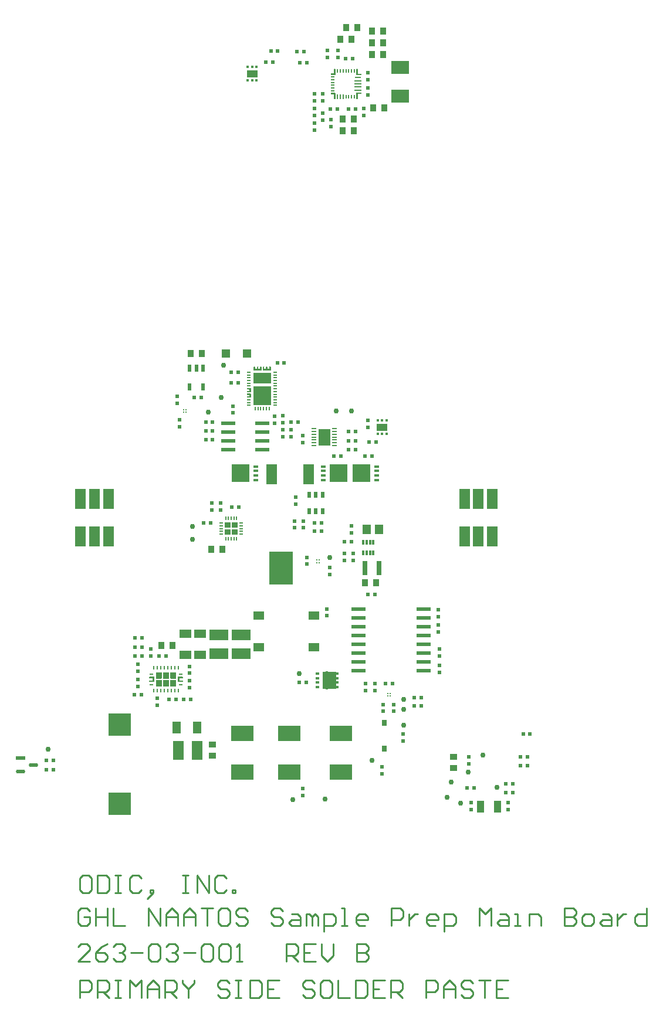
<source format=gtp>
G04*
G04 #@! TF.GenerationSoftware,Altium Limited,Altium Designer,24.9.1 (31)*
G04*
G04 Layer_Color=8421504*
%FSLAX44Y44*%
%MOMM*%
G71*
G04*
G04 #@! TF.SameCoordinates,7F96DF23-6EF7-4123-9D03-ABB94F86F5D4*
G04*
G04*
G04 #@! TF.FilePolarity,Positive*
G04*
G01*
G75*
%ADD17C,0.2540*%
%ADD19R,0.6000X0.6000*%
%ADD20R,0.2000X0.6000*%
%ADD21R,0.6000X0.2000*%
%ADD22R,0.3000X0.4500*%
%ADD23R,1.6000X1.0000*%
%ADD24R,0.6000X0.6000*%
%ADD25R,2.0000X0.6000*%
%ADD26R,3.3000X3.1750*%
%ADD27R,0.6000X0.9000*%
%ADD28R,0.7064X0.2040*%
%ADD29R,1.7018X2.3876*%
%ADD30R,1.1500X1.4500*%
%ADD31R,1.5000X3.0000*%
%ADD32C,0.7620*%
%ADD33R,0.3000X0.6700*%
%ADD34R,1.8000X1.1500*%
%ADD35R,0.9500X1.0000*%
%ADD36R,0.6000X0.2400*%
%ADD37R,0.2400X0.6000*%
%ADD38R,2.7200X1.5300*%
%ADD39R,1.1500X1.8000*%
%ADD40R,1.5300X2.7200*%
%ADD41R,0.8000X0.9000*%
%ADD42R,0.7000X0.4000*%
%ADD43R,2.5100X2.5500*%
%ADD44R,1.0000X0.9500*%
%ADD45R,3.3020X2.2606*%
%ADD46R,1.2500X1.2500*%
%ADD47R,1.5500X1.3000*%
%ADD48R,3.4300X4.7000*%
%ADD49R,0.5000X1.0056*%
%ADD50C,0.2000*%
G04:AMPARAMS|DCode=51|XSize=1.3552mm|YSize=0.5625mm|CornerRadius=0.2812mm|HoleSize=0mm|Usage=FLASHONLY|Rotation=0.000|XOffset=0mm|YOffset=0mm|HoleType=Round|Shape=RoundedRectangle|*
%AMROUNDEDRECTD51*
21,1,1.3552,0.0000,0,0,0.0*
21,1,0.7928,0.5625,0,0,0.0*
1,1,0.5625,0.3964,0.0000*
1,1,0.5625,-0.3964,0.0000*
1,1,0.5625,-0.3964,0.0000*
1,1,0.5625,0.3964,0.0000*
%
%ADD51ROUNDEDRECTD51*%
%ADD52R,1.3552X0.5625*%
%ADD53R,2.6500X1.5300*%
%ADD54R,2.6500X2.7200*%
%ADD55R,0.4000X0.2000*%
%ADD56R,0.2000X0.4000*%
%ADD57R,1.0000X1.8000*%
%ADD58R,1.0000X0.9000*%
%ADD59R,1.6000X3.0000*%
%ADD60R,0.5000X0.3500*%
%ADD61R,2.5000X1.9000*%
%ADD62R,0.9500X0.2000*%
%ADD63R,1.0000X0.2000*%
%ADD64R,0.2000X0.6800*%
%ADD65R,0.2000X0.6500*%
%ADD66R,0.2000X0.7000*%
%ADD67R,0.6000X0.2000*%
%ADD68R,0.8000X2.0000*%
G36*
X405203Y290991D02*
X405295Y290963D01*
X405381Y290917D01*
X405456Y290856D01*
X405517Y290781D01*
X405562Y290695D01*
X405591Y290603D01*
X405600Y290506D01*
Y280244D01*
X405591Y280147D01*
X405562Y280055D01*
X405517Y279969D01*
X405456Y279895D01*
X405381Y279833D01*
X405295Y279788D01*
X405203Y279760D01*
X405107Y279750D01*
X399044D01*
X398947Y279760D01*
X398855Y279788D01*
X398769Y279833D01*
X398694Y279895D01*
X398633Y279969D01*
X398587Y280055D01*
X398559Y280147D01*
X398550Y280244D01*
Y290506D01*
X398559Y290603D01*
X398587Y290695D01*
X398633Y290781D01*
X398694Y290856D01*
X398769Y290917D01*
X398855Y290963D01*
X398947Y290991D01*
X399044Y291000D01*
X405107D01*
X405203Y290991D01*
D02*
G37*
G36*
X396153D02*
X396245Y290963D01*
X396331Y290917D01*
X396405Y290856D01*
X396467Y290781D01*
X396512Y290695D01*
X396540Y290603D01*
X396550Y290506D01*
Y280244D01*
X396540Y280147D01*
X396512Y280055D01*
X396467Y279969D01*
X396405Y279895D01*
X396331Y279833D01*
X396245Y279788D01*
X396153Y279760D01*
X396057Y279750D01*
X389994D01*
X389897Y279760D01*
X389805Y279788D01*
X389719Y279833D01*
X389645Y279895D01*
X389583Y279969D01*
X389538Y280055D01*
X389510Y280147D01*
X389500Y280244D01*
Y290506D01*
X389510Y290603D01*
X389538Y290695D01*
X389583Y290781D01*
X389645Y290856D01*
X389719Y290917D01*
X389805Y290963D01*
X389897Y290991D01*
X389994Y291000D01*
X396057D01*
X396153Y290991D01*
D02*
G37*
G36*
X231203D02*
X231295Y290963D01*
X231381Y290917D01*
X231455Y290856D01*
X231517Y290781D01*
X231562Y290695D01*
X231590Y290603D01*
X231600Y290506D01*
Y280244D01*
X231590Y280147D01*
X231562Y280055D01*
X231517Y279969D01*
X231455Y279895D01*
X231381Y279833D01*
X231295Y279788D01*
X231203Y279760D01*
X231106Y279750D01*
X225044D01*
X224947Y279760D01*
X224855Y279788D01*
X224769Y279833D01*
X224694Y279895D01*
X224633Y279969D01*
X224587Y280055D01*
X224559Y280147D01*
X224550Y280244D01*
Y290506D01*
X224559Y290603D01*
X224587Y290695D01*
X224633Y290781D01*
X224694Y290856D01*
X224769Y290917D01*
X224855Y290963D01*
X224947Y290991D01*
X225044Y291000D01*
X231106D01*
X231203Y290991D01*
D02*
G37*
G36*
X222153D02*
X222245Y290963D01*
X222331Y290917D01*
X222405Y290856D01*
X222467Y290781D01*
X222512Y290695D01*
X222540Y290603D01*
X222550Y290506D01*
Y280244D01*
X222540Y280147D01*
X222512Y280055D01*
X222467Y279969D01*
X222405Y279895D01*
X222331Y279833D01*
X222245Y279788D01*
X222153Y279760D01*
X222057Y279750D01*
X215993D01*
X215897Y279760D01*
X215805Y279788D01*
X215719Y279833D01*
X215644Y279895D01*
X215583Y279969D01*
X215537Y280055D01*
X215509Y280147D01*
X215500Y280244D01*
Y290506D01*
X215509Y290603D01*
X215537Y290695D01*
X215583Y290781D01*
X215644Y290856D01*
X215719Y290917D01*
X215805Y290963D01*
X215897Y290991D01*
X215993Y291000D01*
X222057D01*
X222153Y290991D01*
D02*
G37*
G36*
X364103Y290991D02*
X364195Y290962D01*
X364281Y290917D01*
X364356Y290856D01*
X364417Y290781D01*
X364462Y290695D01*
X364491Y290603D01*
X364500Y290506D01*
Y280243D01*
X364491Y280147D01*
X364462Y280055D01*
X364417Y279969D01*
X364356Y279895D01*
X364281Y279833D01*
X364195Y279788D01*
X364103Y279760D01*
X364007Y279750D01*
X357943D01*
X357847Y279760D01*
X357755Y279788D01*
X357669Y279833D01*
X357594Y279895D01*
X357533Y279969D01*
X357488Y280055D01*
X357459Y280147D01*
X357450Y280243D01*
Y290506D01*
X357459Y290603D01*
X357488Y290695D01*
X357533Y290781D01*
X357594Y290856D01*
X357669Y290917D01*
X357755Y290962D01*
X357847Y290991D01*
X357943Y291000D01*
X364007D01*
X364103Y290991D01*
D02*
G37*
G36*
X355053D02*
X355145Y290962D01*
X355231Y290917D01*
X355305Y290856D01*
X355367Y290781D01*
X355412Y290695D01*
X355440Y290603D01*
X355450Y290506D01*
Y280243D01*
X355440Y280147D01*
X355412Y280055D01*
X355367Y279969D01*
X355305Y279895D01*
X355231Y279833D01*
X355145Y279788D01*
X355053Y279760D01*
X354957Y279750D01*
X348894D01*
X348797Y279760D01*
X348705Y279788D01*
X348619Y279833D01*
X348545Y279895D01*
X348483Y279969D01*
X348438Y280055D01*
X348410Y280147D01*
X348400Y280243D01*
Y290506D01*
X348410Y290603D01*
X348438Y290695D01*
X348483Y290781D01*
X348545Y290856D01*
X348619Y290917D01*
X348705Y290962D01*
X348797Y290991D01*
X348894Y291000D01*
X354957D01*
X355053Y290991D01*
D02*
G37*
G36*
X214761Y213036D02*
X206761D01*
Y221036D01*
X214761D01*
Y213036D01*
D02*
G37*
G36*
X204761D02*
X196761D01*
Y221036D01*
X204761D01*
Y213036D01*
D02*
G37*
G36*
X214761Y203036D02*
X206761D01*
Y211036D01*
X214761D01*
Y203036D01*
D02*
G37*
G36*
X204761D02*
X196761D01*
Y211036D01*
X204761D01*
Y203036D01*
D02*
G37*
G36*
X126079Y4412D02*
X126175Y4383D01*
X126263Y4336D01*
X126340Y4272D01*
X126404Y4195D01*
X126451Y4107D01*
X126480Y4011D01*
X126490Y3912D01*
Y-4268D01*
X126480Y-4368D01*
X126451Y-4463D01*
X126404Y-4552D01*
X126340Y-4629D01*
X126263Y-4692D01*
X126175Y-4739D01*
X126079Y-4768D01*
X125980Y-4778D01*
X118500D01*
X118400Y-4768D01*
X118305Y-4739D01*
X118216Y-4692D01*
X118139Y-4629D01*
X118076Y-4552D01*
X118029Y-4463D01*
X118000Y-4368D01*
X117990Y-4268D01*
Y3912D01*
X118000Y4011D01*
X118029Y4107D01*
X118076Y4195D01*
X118139Y4272D01*
X118216Y4336D01*
X118305Y4383D01*
X118400Y4412D01*
X118500Y4422D01*
X125980D01*
X126079Y4412D01*
D02*
G37*
G36*
X115579D02*
X115675Y4383D01*
X115763Y4336D01*
X115840Y4272D01*
X115904Y4195D01*
X115951Y4107D01*
X115980Y4011D01*
X115990Y3912D01*
Y-4268D01*
X115980Y-4368D01*
X115951Y-4463D01*
X115904Y-4552D01*
X115840Y-4629D01*
X115763Y-4692D01*
X115675Y-4739D01*
X115579Y-4768D01*
X115480Y-4778D01*
X108000D01*
X107900Y-4768D01*
X107805Y-4739D01*
X107717Y-4692D01*
X107639Y-4629D01*
X107576Y-4552D01*
X107529Y-4463D01*
X107500Y-4368D01*
X107490Y-4268D01*
Y3912D01*
X107500Y4011D01*
X107529Y4107D01*
X107576Y4195D01*
X107639Y4272D01*
X107717Y4336D01*
X107805Y4383D01*
X107900Y4412D01*
X108000Y4422D01*
X115480D01*
X115579Y4412D01*
D02*
G37*
G36*
X105079D02*
X105175Y4383D01*
X105263Y4336D01*
X105340Y4272D01*
X105404Y4195D01*
X105451Y4107D01*
X105480Y4011D01*
X105490Y3912D01*
Y-4268D01*
X105480Y-4368D01*
X105451Y-4463D01*
X105404Y-4552D01*
X105340Y-4629D01*
X105263Y-4692D01*
X105175Y-4739D01*
X105079Y-4768D01*
X104980Y-4778D01*
X97500D01*
X97400Y-4768D01*
X97305Y-4739D01*
X97217Y-4692D01*
X97139Y-4629D01*
X97076Y-4552D01*
X97029Y-4463D01*
X97000Y-4368D01*
X96990Y-4268D01*
Y3912D01*
X97000Y4011D01*
X97029Y4107D01*
X97076Y4195D01*
X97139Y4272D01*
X97217Y4336D01*
X97305Y4383D01*
X97400Y4412D01*
X97500Y4422D01*
X104980D01*
X105079Y4412D01*
D02*
G37*
G36*
X136241Y-2527D02*
Y-3527D01*
X135741Y-4027D01*
X130991D01*
Y-7527D01*
X135741D01*
X136241Y-8027D01*
Y-9027D01*
X135741Y-9527D01*
X128991D01*
X128491Y-9027D01*
Y-2527D01*
X128991Y-2027D01*
X135741D01*
X136241Y-2527D01*
D02*
G37*
G36*
X94989D02*
Y-9027D01*
X94489Y-9527D01*
X87739D01*
X87239Y-9027D01*
Y-8027D01*
X87739Y-7527D01*
X92489D01*
Y-4027D01*
X87739D01*
X87239Y-3527D01*
Y-2527D01*
X87739Y-2027D01*
X94489D01*
X94989Y-2527D01*
D02*
G37*
G36*
X126079Y-6788D02*
X126175Y-6817D01*
X126263Y-6864D01*
X126340Y-6927D01*
X126404Y-7005D01*
X126451Y-7093D01*
X126480Y-7189D01*
X126490Y-7288D01*
Y-15468D01*
X126480Y-15568D01*
X126451Y-15663D01*
X126404Y-15752D01*
X126340Y-15829D01*
X126263Y-15892D01*
X126175Y-15939D01*
X126079Y-15968D01*
X125980Y-15978D01*
X118500D01*
X118400Y-15968D01*
X118305Y-15939D01*
X118216Y-15892D01*
X118139Y-15829D01*
X118076Y-15752D01*
X118029Y-15663D01*
X118000Y-15568D01*
X117990Y-15468D01*
Y-7288D01*
X118000Y-7189D01*
X118029Y-7093D01*
X118076Y-7005D01*
X118139Y-6927D01*
X118216Y-6864D01*
X118305Y-6817D01*
X118400Y-6788D01*
X118500Y-6778D01*
X125980D01*
X126079Y-6788D01*
D02*
G37*
G36*
X115579D02*
X115675Y-6817D01*
X115763Y-6864D01*
X115840Y-6927D01*
X115904Y-7005D01*
X115951Y-7093D01*
X115980Y-7189D01*
X115990Y-7288D01*
Y-15468D01*
X115980Y-15568D01*
X115951Y-15663D01*
X115904Y-15752D01*
X115840Y-15829D01*
X115763Y-15892D01*
X115675Y-15939D01*
X115579Y-15968D01*
X115480Y-15978D01*
X108000D01*
X107900Y-15968D01*
X107805Y-15939D01*
X107717Y-15892D01*
X107639Y-15829D01*
X107576Y-15752D01*
X107529Y-15663D01*
X107500Y-15568D01*
X107490Y-15468D01*
Y-7288D01*
X107500Y-7189D01*
X107529Y-7093D01*
X107576Y-7005D01*
X107639Y-6927D01*
X107717Y-6864D01*
X107805Y-6817D01*
X107900Y-6788D01*
X108000Y-6778D01*
X115480D01*
X115579Y-6788D01*
D02*
G37*
G36*
X105079D02*
X105175Y-6817D01*
X105263Y-6864D01*
X105340Y-6927D01*
X105404Y-7005D01*
X105451Y-7093D01*
X105480Y-7189D01*
X105490Y-7288D01*
Y-15468D01*
X105480Y-15568D01*
X105451Y-15663D01*
X105404Y-15752D01*
X105340Y-15829D01*
X105263Y-15892D01*
X105175Y-15939D01*
X105079Y-15968D01*
X104980Y-15978D01*
X97500D01*
X97400Y-15968D01*
X97305Y-15939D01*
X97217Y-15892D01*
X97139Y-15829D01*
X97076Y-15752D01*
X97029Y-15663D01*
X97000Y-15568D01*
X96990Y-15468D01*
Y-7288D01*
X97000Y-7189D01*
X97029Y-7093D01*
X97076Y-7005D01*
X97139Y-6927D01*
X97217Y-6864D01*
X97305Y-6817D01*
X97400Y-6788D01*
X97500Y-6778D01*
X104980D01*
X105079Y-6788D01*
D02*
G37*
G36*
X345755Y4964D02*
X357505D01*
Y-19536D01*
X345755D01*
Y-20286D01*
X342255D01*
Y-19536D01*
X337755D01*
Y4964D01*
X342255D01*
Y5714D01*
X345755D01*
Y4964D01*
D02*
G37*
G36*
X356308Y875724D02*
Y867724D01*
X355808Y867224D01*
X349808D01*
X349308Y867724D01*
Y868724D01*
X349808Y869224D01*
X354308D01*
Y875724D01*
X354808Y876224D01*
X355808D01*
X356308Y875724D01*
D02*
G37*
G36*
X388308Y875724D02*
Y868724D01*
X392808D01*
X393308Y868224D01*
Y867224D01*
X392808Y866724D01*
X386808Y866724D01*
X386308Y867224D01*
X386308Y875724D01*
X386808Y876224D01*
X387808D01*
X388308Y875724D01*
D02*
G37*
G36*
X393308Y841224D02*
Y840224D01*
X392808Y839724D01*
X388308D01*
Y832724D01*
X387808Y832224D01*
X386808D01*
X386308Y832724D01*
X386308Y841224D01*
X386808Y841724D01*
X392808Y841724D01*
X393308Y841224D01*
D02*
G37*
G36*
X355808D02*
X356308Y840724D01*
X356308Y832724D01*
X355808Y832224D01*
X354808D01*
X354308Y832724D01*
Y839224D01*
X349808D01*
X349308Y839724D01*
X349308Y840724D01*
X349808Y841224D01*
X355808Y841224D01*
D02*
G37*
G36*
X263020Y445376D02*
Y440376D01*
X262520Y439876D01*
X251990D01*
X251490Y440376D01*
Y442876D01*
X251490Y445376D01*
X251990Y445876D01*
X252990Y445876D01*
X253490Y445376D01*
X253490Y443126D01*
X253990Y442626D01*
X255490D01*
X255990Y443126D01*
Y445376D01*
X256490Y445876D01*
X257490Y445876D01*
X257990Y445376D01*
X257990Y443126D01*
X258490Y442626D01*
X259990D01*
X260490Y443126D01*
Y445376D01*
X260990Y445876D01*
X262520Y445876D01*
X263020Y445376D01*
D02*
G37*
G36*
X248990Y445876D02*
X249490Y445376D01*
X249490Y442876D01*
Y440376D01*
X248990Y439876D01*
X238460D01*
X237960Y440376D01*
Y445376D01*
X238460Y445876D01*
X239990Y445876D01*
X240490Y445376D01*
Y443126D01*
X240990Y442626D01*
X242490D01*
X242990Y443126D01*
X242990Y445376D01*
X243490Y445876D01*
X244490Y445876D01*
X244990Y445376D01*
Y443126D01*
X245490Y442626D01*
X246990D01*
X247490Y443126D01*
Y445376D01*
X247990Y445876D01*
X248990Y445876D01*
D02*
G37*
G36*
X263240Y435726D02*
Y423226D01*
X262740Y422726D01*
X252040D01*
X251540Y423226D01*
Y435726D01*
X252040Y436226D01*
X262740D01*
X263240Y435726D01*
D02*
G37*
G36*
X249440D02*
Y423226D01*
X248940Y422726D01*
X238240D01*
X237740Y423226D01*
Y435726D01*
X238240Y436226D01*
X248940D01*
X249440Y435726D01*
D02*
G37*
G36*
X234490Y414376D02*
Y409376D01*
X233990Y408876D01*
X228990D01*
X228490Y409376D01*
Y410376D01*
X228990Y410876D01*
X231240Y410876D01*
X231740Y411376D01*
Y412376D01*
X231240Y412876D01*
X228990Y412876D01*
X228490Y413376D01*
Y414376D01*
X228990Y414876D01*
X233990D01*
X234490Y414376D01*
D02*
G37*
G36*
X263240Y416726D02*
Y405726D01*
X262740Y405226D01*
X252040D01*
X251540Y405726D01*
Y416726D01*
X252040Y417226D01*
X262740D01*
X263240Y416726D01*
D02*
G37*
G36*
X249440D02*
Y405726D01*
X248940Y405226D01*
X238240D01*
X237740Y405726D01*
Y416726D01*
X238240Y417226D01*
X248940D01*
X249440Y416726D01*
D02*
G37*
G36*
X234490Y406376D02*
X234490Y401376D01*
X233990Y400876D01*
X228990D01*
X228490Y401376D01*
Y402376D01*
X228990Y402876D01*
X231240Y402876D01*
X231740Y403376D01*
Y404376D01*
X231240Y404876D01*
X228990Y404876D01*
X228490Y405376D01*
Y406376D01*
X228990Y406876D01*
X233990D01*
X234490Y406376D01*
D02*
G37*
G36*
X263240Y402726D02*
Y391726D01*
X262740Y391226D01*
X252040D01*
X251540Y391726D01*
Y402726D01*
X252040Y403226D01*
X262740D01*
X263240Y402726D01*
D02*
G37*
G36*
X249440D02*
Y391726D01*
X248940Y391226D01*
X238240D01*
X237740Y391726D01*
Y402726D01*
X238240Y403226D01*
X248940D01*
X249440Y402726D01*
D02*
G37*
G36*
X405203Y304240D02*
X405295Y304212D01*
X405381Y304167D01*
X405456Y304105D01*
X405517Y304031D01*
X405562Y303945D01*
X405591Y303853D01*
X405600Y303757D01*
Y293493D01*
X405591Y293397D01*
X405562Y293305D01*
X405517Y293219D01*
X405456Y293144D01*
X405381Y293083D01*
X405295Y293038D01*
X405203Y293009D01*
X405107Y293000D01*
X399044D01*
X398947Y293009D01*
X398855Y293038D01*
X398769Y293083D01*
X398694Y293144D01*
X398633Y293219D01*
X398587Y293305D01*
X398559Y293397D01*
X398550Y293493D01*
Y303757D01*
X398559Y303853D01*
X398587Y303945D01*
X398633Y304031D01*
X398694Y304105D01*
X398769Y304167D01*
X398855Y304212D01*
X398947Y304240D01*
X399044Y304250D01*
X405107D01*
X405203Y304240D01*
D02*
G37*
G36*
X396153D02*
X396245Y304212D01*
X396331Y304167D01*
X396405Y304105D01*
X396467Y304031D01*
X396512Y303945D01*
X396540Y303853D01*
X396550Y303757D01*
Y293493D01*
X396540Y293397D01*
X396512Y293305D01*
X396467Y293219D01*
X396405Y293144D01*
X396331Y293083D01*
X396245Y293038D01*
X396153Y293009D01*
X396057Y293000D01*
X389994D01*
X389897Y293009D01*
X389805Y293038D01*
X389719Y293083D01*
X389645Y293144D01*
X389583Y293219D01*
X389538Y293305D01*
X389510Y293397D01*
X389500Y293493D01*
Y303757D01*
X389510Y303853D01*
X389538Y303945D01*
X389583Y304031D01*
X389645Y304105D01*
X389719Y304167D01*
X389805Y304212D01*
X389897Y304240D01*
X389994Y304250D01*
X396057D01*
X396153Y304240D01*
D02*
G37*
G36*
X231203D02*
X231295Y304212D01*
X231381Y304167D01*
X231455Y304105D01*
X231517Y304031D01*
X231562Y303945D01*
X231590Y303853D01*
X231600Y303757D01*
Y293493D01*
X231590Y293397D01*
X231562Y293305D01*
X231517Y293219D01*
X231455Y293144D01*
X231381Y293083D01*
X231295Y293038D01*
X231203Y293009D01*
X231106Y293000D01*
X225044D01*
X224947Y293009D01*
X224855Y293038D01*
X224769Y293083D01*
X224694Y293144D01*
X224633Y293219D01*
X224587Y293305D01*
X224559Y293397D01*
X224550Y293493D01*
Y303757D01*
X224559Y303853D01*
X224587Y303945D01*
X224633Y304031D01*
X224694Y304105D01*
X224769Y304167D01*
X224855Y304212D01*
X224947Y304240D01*
X225044Y304250D01*
X231106D01*
X231203Y304240D01*
D02*
G37*
G36*
X222153D02*
X222245Y304212D01*
X222331Y304167D01*
X222405Y304105D01*
X222467Y304031D01*
X222512Y303945D01*
X222540Y303853D01*
X222550Y303757D01*
Y293493D01*
X222540Y293397D01*
X222512Y293305D01*
X222467Y293219D01*
X222405Y293144D01*
X222331Y293083D01*
X222245Y293038D01*
X222153Y293009D01*
X222057Y293000D01*
X215993D01*
X215897Y293009D01*
X215805Y293038D01*
X215719Y293083D01*
X215644Y293144D01*
X215583Y293219D01*
X215537Y293305D01*
X215509Y293397D01*
X215500Y293493D01*
Y303757D01*
X215509Y303853D01*
X215537Y303945D01*
X215583Y304031D01*
X215644Y304105D01*
X215719Y304167D01*
X215805Y304212D01*
X215897Y304240D01*
X215993Y304250D01*
X222057D01*
X222153Y304240D01*
D02*
G37*
G36*
X364103Y304240D02*
X364195Y304212D01*
X364281Y304167D01*
X364356Y304105D01*
X364417Y304031D01*
X364462Y303945D01*
X364491Y303853D01*
X364500Y303756D01*
Y293493D01*
X364491Y293397D01*
X364462Y293305D01*
X364417Y293219D01*
X364356Y293144D01*
X364281Y293083D01*
X364195Y293037D01*
X364103Y293009D01*
X364007Y293000D01*
X357943D01*
X357847Y293009D01*
X357755Y293037D01*
X357669Y293083D01*
X357594Y293144D01*
X357533Y293219D01*
X357488Y293305D01*
X357459Y293397D01*
X357450Y293493D01*
Y303756D01*
X357459Y303853D01*
X357488Y303945D01*
X357533Y304031D01*
X357594Y304105D01*
X357669Y304167D01*
X357755Y304212D01*
X357847Y304240D01*
X357943Y304250D01*
X364007D01*
X364103Y304240D01*
D02*
G37*
G36*
X355053D02*
X355145Y304212D01*
X355231Y304167D01*
X355305Y304105D01*
X355367Y304031D01*
X355412Y303945D01*
X355440Y303853D01*
X355450Y303756D01*
Y293493D01*
X355440Y293397D01*
X355412Y293305D01*
X355367Y293219D01*
X355305Y293144D01*
X355231Y293083D01*
X355145Y293037D01*
X355053Y293009D01*
X354957Y293000D01*
X348894D01*
X348797Y293009D01*
X348705Y293037D01*
X348619Y293083D01*
X348545Y293144D01*
X348483Y293219D01*
X348438Y293305D01*
X348410Y293397D01*
X348400Y293493D01*
Y303756D01*
X348410Y303853D01*
X348438Y303945D01*
X348483Y304031D01*
X348545Y304105D01*
X348619Y304167D01*
X348705Y304212D01*
X348797Y304240D01*
X348894Y304250D01*
X354957D01*
X355053Y304240D01*
D02*
G37*
D17*
X-12641Y-465644D02*
Y-440253D01*
X55D01*
X4287Y-444484D01*
Y-452948D01*
X55Y-457180D01*
X-12641D01*
X12751Y-465644D02*
Y-440253D01*
X25447D01*
X29679Y-444484D01*
Y-452948D01*
X25447Y-457180D01*
X12751D01*
X21215D02*
X29679Y-465644D01*
X38143Y-440253D02*
X46607D01*
X42375D01*
Y-465644D01*
X38143D01*
X46607D01*
X59303D02*
Y-440253D01*
X67767Y-448717D01*
X76231Y-440253D01*
Y-465644D01*
X84695D02*
Y-448717D01*
X93159Y-440253D01*
X101623Y-448717D01*
Y-465644D01*
Y-452948D01*
X84695D01*
X110086Y-465644D02*
Y-440253D01*
X122782D01*
X127014Y-444484D01*
Y-452948D01*
X122782Y-457180D01*
X110086D01*
X118551D02*
X127014Y-465644D01*
X135478Y-440253D02*
Y-444484D01*
X143942Y-452948D01*
X152406Y-444484D01*
Y-440253D01*
X143942Y-452948D02*
Y-465644D01*
X203190Y-444484D02*
X198958Y-440253D01*
X190494D01*
X186262Y-444484D01*
Y-448717D01*
X190494Y-452948D01*
X198958D01*
X203190Y-457180D01*
Y-461412D01*
X198958Y-465644D01*
X190494D01*
X186262Y-461412D01*
X211654Y-440253D02*
X220118D01*
X215886D01*
Y-465644D01*
X211654D01*
X220118D01*
X232814Y-440253D02*
Y-465644D01*
X245509D01*
X249741Y-461412D01*
Y-444484D01*
X245509Y-440253D01*
X232814D01*
X275133D02*
X258205D01*
Y-465644D01*
X275133D01*
X258205Y-452948D02*
X266669D01*
X325917Y-444484D02*
X321685Y-440253D01*
X313221D01*
X308989Y-444484D01*
Y-448717D01*
X313221Y-452948D01*
X321685D01*
X325917Y-457180D01*
Y-461412D01*
X321685Y-465644D01*
X313221D01*
X308989Y-461412D01*
X347077Y-440253D02*
X338613D01*
X334381Y-444484D01*
Y-461412D01*
X338613Y-465644D01*
X347077D01*
X351309Y-461412D01*
Y-444484D01*
X347077Y-440253D01*
X359772D02*
Y-465644D01*
X376700D01*
X385164Y-440253D02*
Y-465644D01*
X397860D01*
X402092Y-461412D01*
Y-444484D01*
X397860Y-440253D01*
X385164D01*
X427484D02*
X410556D01*
Y-465644D01*
X427484D01*
X410556Y-452948D02*
X419020D01*
X435948Y-465644D02*
Y-440253D01*
X448644D01*
X452876Y-444484D01*
Y-452948D01*
X448644Y-457180D01*
X435948D01*
X444412D02*
X452876Y-465644D01*
X486731D02*
Y-440253D01*
X499427D01*
X503659Y-444484D01*
Y-452948D01*
X499427Y-457180D01*
X486731D01*
X512123Y-465644D02*
Y-448717D01*
X520587Y-440253D01*
X529051Y-448717D01*
Y-465644D01*
Y-452948D01*
X512123D01*
X554443Y-444484D02*
X550211Y-440253D01*
X541747D01*
X537515Y-444484D01*
Y-448717D01*
X541747Y-452948D01*
X550211D01*
X554443Y-457180D01*
Y-461412D01*
X550211Y-465644D01*
X541747D01*
X537515Y-461412D01*
X562907Y-440253D02*
X579835D01*
X571371D01*
Y-465644D01*
X605227Y-440253D02*
X588299D01*
Y-465644D01*
X605227D01*
X588299Y-452948D02*
X596763D01*
X-145Y-288975D02*
X-8608D01*
X-12840Y-293207D01*
Y-310134D01*
X-8608Y-314366D01*
X-145D01*
X4087Y-310134D01*
Y-293207D01*
X-145Y-288975D01*
X12551D02*
Y-314366D01*
X25247D01*
X29479Y-310134D01*
Y-293207D01*
X25247Y-288975D01*
X12551D01*
X37943D02*
X46407D01*
X42175D01*
Y-314366D01*
X37943D01*
X46407D01*
X76031Y-293207D02*
X71799Y-288975D01*
X63335D01*
X59103Y-293207D01*
Y-310134D01*
X63335Y-314366D01*
X71799D01*
X76031Y-310134D01*
X88727Y-318598D02*
X92959Y-314366D01*
Y-310134D01*
X88727D01*
Y-314366D01*
X92959D01*
X88727Y-318598D01*
X84495Y-322830D01*
X135278Y-288975D02*
X143742D01*
X139510D01*
Y-314366D01*
X135278D01*
X143742D01*
X156438D02*
Y-288975D01*
X173366Y-314366D01*
Y-288975D01*
X198758Y-293207D02*
X194526Y-288975D01*
X186062D01*
X181830Y-293207D01*
Y-310134D01*
X186062Y-314366D01*
X194526D01*
X198758Y-310134D01*
X207222Y-314366D02*
Y-310134D01*
X211454D01*
Y-314366D01*
X207222D01*
X1341Y-340332D02*
X-2891Y-336100D01*
X-11355D01*
X-15587Y-340332D01*
Y-357260D01*
X-11355Y-361492D01*
X-2891D01*
X1341Y-357260D01*
Y-348796D01*
X-7123D01*
X9805Y-336100D02*
Y-361492D01*
Y-348796D01*
X26733D01*
Y-336100D01*
Y-361492D01*
X35197Y-336100D02*
Y-361492D01*
X52125D01*
X85980D02*
Y-336100D01*
X102908Y-361492D01*
Y-336100D01*
X111372Y-361492D02*
Y-344564D01*
X119836Y-336100D01*
X128300Y-344564D01*
Y-361492D01*
Y-348796D01*
X111372D01*
X136764Y-361492D02*
Y-344564D01*
X145228Y-336100D01*
X153692Y-344564D01*
Y-361492D01*
Y-348796D01*
X136764D01*
X162156Y-336100D02*
X179083D01*
X170620D01*
Y-361492D01*
X200243Y-336100D02*
X191779D01*
X187547Y-340332D01*
Y-357260D01*
X191779Y-361492D01*
X200243D01*
X204475Y-357260D01*
Y-340332D01*
X200243Y-336100D01*
X229867Y-340332D02*
X225635Y-336100D01*
X217171D01*
X212939Y-340332D01*
Y-344564D01*
X217171Y-348796D01*
X225635D01*
X229867Y-353028D01*
Y-357260D01*
X225635Y-361492D01*
X217171D01*
X212939Y-357260D01*
X280651Y-340332D02*
X276419Y-336100D01*
X267955D01*
X263723Y-340332D01*
Y-344564D01*
X267955Y-348796D01*
X276419D01*
X280651Y-353028D01*
Y-357260D01*
X276419Y-361492D01*
X267955D01*
X263723Y-357260D01*
X293347Y-344564D02*
X301810D01*
X306042Y-348796D01*
Y-361492D01*
X293347D01*
X289115Y-357260D01*
X293347Y-353028D01*
X306042D01*
X314506Y-361492D02*
Y-344564D01*
X318738D01*
X322970Y-348796D01*
Y-361492D01*
Y-348796D01*
X327202Y-344564D01*
X331434Y-348796D01*
Y-361492D01*
X339898Y-369956D02*
Y-344564D01*
X352594D01*
X356826Y-348796D01*
Y-357260D01*
X352594Y-361492D01*
X339898D01*
X365290D02*
X373754D01*
X369522D01*
Y-336100D01*
X365290D01*
X399146Y-361492D02*
X390682D01*
X386450Y-357260D01*
Y-348796D01*
X390682Y-344564D01*
X399146D01*
X403378Y-348796D01*
Y-353028D01*
X386450D01*
X437233Y-361492D02*
Y-336100D01*
X449929D01*
X454161Y-340332D01*
Y-348796D01*
X449929Y-353028D01*
X437233D01*
X462625Y-344564D02*
Y-361492D01*
Y-353028D01*
X466857Y-348796D01*
X471089Y-344564D01*
X475321D01*
X500713Y-361492D02*
X492249D01*
X488017Y-357260D01*
Y-348796D01*
X492249Y-344564D01*
X500713D01*
X504945Y-348796D01*
Y-353028D01*
X488017D01*
X513409Y-369956D02*
Y-344564D01*
X526105D01*
X530337Y-348796D01*
Y-357260D01*
X526105Y-361492D01*
X513409D01*
X564192D02*
Y-336100D01*
X572656Y-344564D01*
X581120Y-336100D01*
Y-361492D01*
X593816Y-344564D02*
X602280D01*
X606512Y-348796D01*
Y-361492D01*
X593816D01*
X589584Y-357260D01*
X593816Y-353028D01*
X606512D01*
X614976Y-361492D02*
X623440D01*
X619208D01*
Y-344564D01*
X614976D01*
X636136Y-361492D02*
Y-344564D01*
X648832D01*
X653064Y-348796D01*
Y-361492D01*
X686919Y-336100D02*
Y-361492D01*
X699615D01*
X703847Y-357260D01*
Y-353028D01*
X699615Y-348796D01*
X686919D01*
X699615D01*
X703847Y-344564D01*
Y-340332D01*
X699615Y-336100D01*
X686919D01*
X716543Y-361492D02*
X725007D01*
X729239Y-357260D01*
Y-348796D01*
X725007Y-344564D01*
X716543D01*
X712311Y-348796D01*
Y-357260D01*
X716543Y-361492D01*
X741935Y-344564D02*
X750399D01*
X754631Y-348796D01*
Y-361492D01*
X741935D01*
X737703Y-357260D01*
X741935Y-353028D01*
X754631D01*
X763095Y-344564D02*
Y-361492D01*
Y-353028D01*
X767327Y-348796D01*
X771559Y-344564D01*
X775791D01*
X805414Y-336100D02*
Y-361492D01*
X792719D01*
X788486Y-357260D01*
Y-348796D01*
X792719Y-344564D01*
X805414D01*
X1727Y-413574D02*
X-15201D01*
X1727Y-396646D01*
Y-392415D01*
X-2505Y-388183D01*
X-10969D01*
X-15201Y-392415D01*
X27119Y-388183D02*
X18655Y-392415D01*
X10191Y-400878D01*
Y-409342D01*
X14423Y-413574D01*
X22887D01*
X27119Y-409342D01*
Y-405110D01*
X22887Y-400878D01*
X10191D01*
X35583Y-392415D02*
X39815Y-388183D01*
X48279D01*
X52511Y-392415D01*
Y-396646D01*
X48279Y-400878D01*
X44047D01*
X48279D01*
X52511Y-405110D01*
Y-409342D01*
X48279Y-413574D01*
X39815D01*
X35583Y-409342D01*
X60975Y-400878D02*
X77903D01*
X86367Y-392415D02*
X90599Y-388183D01*
X99063D01*
X103295Y-392415D01*
Y-409342D01*
X99063Y-413574D01*
X90599D01*
X86367Y-409342D01*
Y-392415D01*
X111758D02*
X115990Y-388183D01*
X124454D01*
X128686Y-392415D01*
Y-396646D01*
X124454Y-400878D01*
X120222D01*
X124454D01*
X128686Y-405110D01*
Y-409342D01*
X124454Y-413574D01*
X115990D01*
X111758Y-409342D01*
X137150Y-400878D02*
X154078D01*
X162542Y-392415D02*
X166774Y-388183D01*
X175238D01*
X179470Y-392415D01*
Y-409342D01*
X175238Y-413574D01*
X166774D01*
X162542Y-409342D01*
Y-392415D01*
X187934D02*
X192166Y-388183D01*
X200630D01*
X204862Y-392415D01*
Y-409342D01*
X200630Y-413574D01*
X192166D01*
X187934Y-409342D01*
Y-392415D01*
X213326Y-413574D02*
X221790D01*
X217558D01*
Y-388183D01*
X213326Y-392415D01*
X285269Y-413574D02*
Y-388183D01*
X297965D01*
X302197Y-392415D01*
Y-400878D01*
X297965Y-405110D01*
X285269D01*
X293733D02*
X302197Y-413574D01*
X327589Y-388183D02*
X310661D01*
Y-413574D01*
X327589D01*
X310661Y-400878D02*
X319125D01*
X336053Y-388183D02*
Y-405110D01*
X344517Y-413574D01*
X352980Y-405110D01*
Y-388183D01*
X386836D02*
Y-413574D01*
X399532D01*
X403764Y-409342D01*
Y-405110D01*
X399532Y-400878D01*
X386836D01*
X399532D01*
X403764Y-396646D01*
Y-392415D01*
X399532Y-388183D01*
X386836D01*
D19*
X399000Y317000D02*
D03*
X409000D02*
D03*
X375000Y326000D02*
D03*
X385000D02*
D03*
X415000Y337000D02*
D03*
X405000D02*
D03*
X77000Y28000D02*
D03*
X67000D02*
D03*
X375000Y339000D02*
D03*
X385000D02*
D03*
X126000Y-35000D02*
D03*
X116000D02*
D03*
X67000Y54000D02*
D03*
X77000D02*
D03*
X112000Y28000D02*
D03*
X102000D02*
D03*
X379000Y193000D02*
D03*
X369000D02*
D03*
X385000Y352000D02*
D03*
X375000D02*
D03*
X354000Y317000D02*
D03*
X364000D02*
D03*
X77000Y41000D02*
D03*
X67000D02*
D03*
X147000Y-35000D02*
D03*
X137000D02*
D03*
X292000Y366000D02*
D03*
X302000D02*
D03*
X66000Y-28000D02*
D03*
X76000D02*
D03*
X265995Y885936D02*
D03*
X255995D02*
D03*
X305000Y885000D02*
D03*
X315000D02*
D03*
X300995Y900936D02*
D03*
X310995D02*
D03*
X272995Y901936D02*
D03*
X262995D02*
D03*
X205490Y422876D02*
D03*
X215490D02*
D03*
Y437876D02*
D03*
X205490D02*
D03*
X272225Y450950D02*
D03*
X282225D02*
D03*
X438464Y-12071D02*
D03*
X428464D02*
D03*
X546000Y-163000D02*
D03*
X556000D02*
D03*
X326000Y220000D02*
D03*
X336000D02*
D03*
X162506Y401064D02*
D03*
X152506D02*
D03*
X-51000Y-123000D02*
D03*
X-61000D02*
D03*
X-51000Y-136000D02*
D03*
X-61000D02*
D03*
X217000Y243000D02*
D03*
X207000D02*
D03*
X166000Y220000D02*
D03*
X176000D02*
D03*
X633000Y-130000D02*
D03*
X623000D02*
D03*
X637000Y-85000D02*
D03*
X627000D02*
D03*
X336000Y208000D02*
D03*
X326000D02*
D03*
X623000Y-118000D02*
D03*
X633000D02*
D03*
X480000Y-44000D02*
D03*
X470000D02*
D03*
X480000Y-32000D02*
D03*
X470000D02*
D03*
X612000Y-157000D02*
D03*
X602000D02*
D03*
X314005Y-10536D02*
D03*
X304005D02*
D03*
X602000Y-169000D02*
D03*
X612000D02*
D03*
X375308Y818224D02*
D03*
X385308D02*
D03*
X348995Y817536D02*
D03*
X358995D02*
D03*
X380995Y890536D02*
D03*
X370995D02*
D03*
X403000Y117000D02*
D03*
X413000D02*
D03*
X169000Y366000D02*
D03*
X179000D02*
D03*
X179000Y353000D02*
D03*
X169000D02*
D03*
X179000Y340000D02*
D03*
X169000D02*
D03*
D20*
X213761Y197536D02*
D03*
X197761D02*
D03*
X213761Y226536D02*
D03*
X197761D02*
D03*
X209761Y197536D02*
D03*
X201761D02*
D03*
X209761Y226536D02*
D03*
X201761D02*
D03*
X205761Y197536D02*
D03*
Y226536D02*
D03*
X260490Y384876D02*
D03*
X256490D02*
D03*
X252490D02*
D03*
X248490D02*
D03*
X244490D02*
D03*
X240490D02*
D03*
X383308Y835224D02*
D03*
X379308D02*
D03*
X375308D02*
D03*
X371308D02*
D03*
X359308Y873224D02*
D03*
X363308D02*
D03*
X367308D02*
D03*
X371308D02*
D03*
X375308D02*
D03*
X379308D02*
D03*
X383308D02*
D03*
D21*
X220261Y204036D02*
D03*
X191261D02*
D03*
X220261Y220036D02*
D03*
X191261D02*
D03*
Y208036D02*
D03*
X220261Y216036D02*
D03*
X191261D02*
D03*
X220261Y212036D02*
D03*
Y208036D02*
D03*
X191261Y212036D02*
D03*
X231490Y389876D02*
D03*
Y393876D02*
D03*
Y397876D02*
D03*
Y417876D02*
D03*
Y421876D02*
D03*
Y425876D02*
D03*
Y429876D02*
D03*
Y433876D02*
D03*
Y437876D02*
D03*
X269490D02*
D03*
Y433876D02*
D03*
Y429876D02*
D03*
Y425876D02*
D03*
Y421876D02*
D03*
Y417876D02*
D03*
Y413876D02*
D03*
Y409876D02*
D03*
Y405876D02*
D03*
Y401876D02*
D03*
Y397876D02*
D03*
Y393876D02*
D03*
Y389876D02*
D03*
D22*
X423500Y348500D02*
D03*
X430000D02*
D03*
X417000D02*
D03*
Y368000D02*
D03*
X430000D02*
D03*
X423500D02*
D03*
X235995Y878686D02*
D03*
Y859186D02*
D03*
X242495Y878686D02*
D03*
Y859186D02*
D03*
X229495Y878686D02*
D03*
Y859186D02*
D03*
D23*
X423500Y358250D02*
D03*
X235995Y868936D02*
D03*
D24*
X403000Y358000D02*
D03*
Y368000D02*
D03*
X128000Y393000D02*
D03*
Y403000D02*
D03*
X99000Y-33000D02*
D03*
Y-43000D02*
D03*
X344000Y96000D02*
D03*
Y86000D02*
D03*
X297000Y223000D02*
D03*
Y213000D02*
D03*
X299000Y257000D02*
D03*
Y247000D02*
D03*
X310000Y223000D02*
D03*
Y213000D02*
D03*
X309000Y346000D02*
D03*
Y336000D02*
D03*
X369000Y176000D02*
D03*
Y166000D02*
D03*
X146000Y13000D02*
D03*
Y3000D02*
D03*
X379000Y216000D02*
D03*
Y206000D02*
D03*
X90000Y28000D02*
D03*
Y38000D02*
D03*
X71000Y16000D02*
D03*
Y6000D02*
D03*
X382000Y166000D02*
D03*
Y176000D02*
D03*
X71000Y-16000D02*
D03*
Y-6000D02*
D03*
X146000Y-18000D02*
D03*
Y-8000D02*
D03*
X208225Y388950D02*
D03*
Y378950D02*
D03*
X605000Y-184000D02*
D03*
Y-194000D02*
D03*
X552000Y-184000D02*
D03*
Y-194000D02*
D03*
X549000Y-128000D02*
D03*
Y-118000D02*
D03*
X131000Y359000D02*
D03*
Y369000D02*
D03*
X292225Y354950D02*
D03*
Y344950D02*
D03*
X280225D02*
D03*
Y354950D02*
D03*
X268225Y363950D02*
D03*
Y373950D02*
D03*
X177761Y238536D02*
D03*
Y248536D02*
D03*
X190760D02*
D03*
Y238536D02*
D03*
X314995Y170536D02*
D03*
Y160536D02*
D03*
X280225Y364950D02*
D03*
Y374950D02*
D03*
X423005Y-142286D02*
D03*
Y-132286D02*
D03*
X454000Y-95000D02*
D03*
Y-85000D02*
D03*
X308951Y-173805D02*
D03*
Y-163805D02*
D03*
X325995Y839536D02*
D03*
Y829536D02*
D03*
X337995Y839536D02*
D03*
Y829536D02*
D03*
X325995Y808536D02*
D03*
Y818536D02*
D03*
X338001Y801536D02*
D03*
Y811536D02*
D03*
X396995Y808536D02*
D03*
Y818536D02*
D03*
X344995Y892536D02*
D03*
Y902536D02*
D03*
X403308Y848224D02*
D03*
Y838224D02*
D03*
Y860224D02*
D03*
Y870224D02*
D03*
X359995Y902536D02*
D03*
Y892536D02*
D03*
X440000Y-52000D02*
D03*
Y-42000D02*
D03*
X506000Y28000D02*
D03*
Y38000D02*
D03*
X505000Y73000D02*
D03*
Y63000D02*
D03*
X400000Y-22000D02*
D03*
Y-12000D02*
D03*
X413000D02*
D03*
Y-22000D02*
D03*
X505000Y95000D02*
D03*
Y85000D02*
D03*
X506000Y14000D02*
D03*
Y4000D02*
D03*
X425000Y-52000D02*
D03*
Y-42000D02*
D03*
X349995Y792536D02*
D03*
Y802536D02*
D03*
X325995Y787536D02*
D03*
Y797536D02*
D03*
X348000Y146000D02*
D03*
Y156000D02*
D03*
D25*
X201725Y338600D02*
D03*
Y351300D02*
D03*
X250725Y338600D02*
D03*
Y351300D02*
D03*
X201725Y325900D02*
D03*
Y364000D02*
D03*
X250725Y325900D02*
D03*
Y364000D02*
D03*
X483454Y6480D02*
D03*
Y19180D02*
D03*
Y31880D02*
D03*
Y44580D02*
D03*
Y57280D02*
D03*
Y69980D02*
D03*
Y82680D02*
D03*
Y95380D02*
D03*
X389474D02*
D03*
Y82680D02*
D03*
Y69980D02*
D03*
Y57280D02*
D03*
Y44580D02*
D03*
Y31880D02*
D03*
Y19180D02*
D03*
Y6480D02*
D03*
D26*
X45000Y-185150D02*
D03*
Y-70850D02*
D03*
D27*
X328000Y237000D02*
D03*
X318500D02*
D03*
Y261000D02*
D03*
X328000D02*
D03*
X337500D02*
D03*
Y237000D02*
D03*
D28*
X325038Y356000D02*
D03*
Y352000D02*
D03*
Y348000D02*
D03*
Y344000D02*
D03*
Y340000D02*
D03*
Y336000D02*
D03*
Y332000D02*
D03*
X354962D02*
D03*
Y336000D02*
D03*
Y340000D02*
D03*
Y344000D02*
D03*
Y348000D02*
D03*
Y352000D02*
D03*
Y356000D02*
D03*
D29*
X340000Y344000D02*
D03*
D30*
X419000Y211000D02*
D03*
X401000D02*
D03*
D31*
X264500Y290000D02*
D03*
X317500D02*
D03*
D32*
X589000Y-162000D02*
D03*
X569000Y-115000D02*
D03*
X537000Y-185000D02*
D03*
X517000Y-176000D02*
D03*
X523000Y-154000D02*
D03*
X548000Y-140000D02*
D03*
X150000Y215000D02*
D03*
Y196000D02*
D03*
X357000Y382000D02*
D03*
X379000D02*
D03*
X304005Y2464D02*
D03*
X455000Y-35000D02*
D03*
X347995Y170536D02*
D03*
X294951Y-179805D02*
D03*
X455000Y-49000D02*
D03*
Y-72000D02*
D03*
X195000Y448000D02*
D03*
X191000Y401000D02*
D03*
X173000Y380000D02*
D03*
X-58000Y-107000D02*
D03*
X409000Y-122650D02*
D03*
X340951Y-178805D02*
D03*
D33*
X401000Y177000D02*
D03*
X411000D02*
D03*
X406000D02*
D03*
X396000D02*
D03*
X411000Y191800D02*
D03*
X406000D02*
D03*
X401000D02*
D03*
X396000D02*
D03*
D34*
X140000Y30000D02*
D03*
Y60000D02*
D03*
X161000Y30000D02*
D03*
Y60000D02*
D03*
D35*
X399000Y134000D02*
D03*
X415000D02*
D03*
X121000Y43000D02*
D03*
X105000D02*
D03*
X177000Y182000D02*
D03*
X193000D02*
D03*
X163506Y465064D02*
D03*
X147506D02*
D03*
X366995Y786536D02*
D03*
X382995D02*
D03*
Y803536D02*
D03*
X366995D02*
D03*
X410995Y819536D02*
D03*
X426995D02*
D03*
X425308Y913223D02*
D03*
X409308D02*
D03*
X425308Y896224D02*
D03*
X409308D02*
D03*
X425308Y930223D02*
D03*
X409308D02*
D03*
X371995Y935536D02*
D03*
X387995D02*
D03*
X363308Y918224D02*
D03*
X379308D02*
D03*
D36*
X90240Y1723D02*
D03*
X133240D02*
D03*
Y-13277D02*
D03*
X90240D02*
D03*
D37*
X94241Y10722D02*
D03*
X99241D02*
D03*
X104241D02*
D03*
X109241D02*
D03*
X114241D02*
D03*
X119241D02*
D03*
X124241D02*
D03*
X129241D02*
D03*
Y-22278D02*
D03*
X124241D02*
D03*
X119241D02*
D03*
X114241D02*
D03*
X109241D02*
D03*
X104241D02*
D03*
X99241D02*
D03*
X94241D02*
D03*
D38*
X220000Y31590D02*
D03*
Y58410D02*
D03*
X188000Y31590D02*
D03*
Y58410D02*
D03*
D39*
X127000Y-75000D02*
D03*
X157000D02*
D03*
D40*
X129590Y-108000D02*
D03*
X156410D02*
D03*
D41*
X427000Y-68500D02*
D03*
Y-105500D02*
D03*
D42*
X241500Y282250D02*
D03*
Y288750D02*
D03*
Y295250D02*
D03*
Y301750D02*
D03*
X210500D02*
D03*
Y295250D02*
D03*
Y288750D02*
D03*
X369500Y295250D02*
D03*
Y288750D02*
D03*
Y282250D02*
D03*
X338500D02*
D03*
Y288750D02*
D03*
Y295250D02*
D03*
Y301750D02*
D03*
X384500Y288750D02*
D03*
Y295250D02*
D03*
Y301750D02*
D03*
X415500D02*
D03*
Y295250D02*
D03*
Y288750D02*
D03*
Y282250D02*
D03*
D43*
X219550Y292000D02*
D03*
X360450D02*
D03*
X393550D02*
D03*
D44*
X179000Y-100000D02*
D03*
Y-116000D02*
D03*
D45*
X289951Y-139491D02*
D03*
Y-84119D02*
D03*
X363951D02*
D03*
Y-139491D02*
D03*
X221950Y-84119D02*
D03*
Y-139491D02*
D03*
D46*
X198225Y464950D02*
D03*
X228225D02*
D03*
D47*
X245250Y86000D02*
D03*
Y41000D02*
D03*
X324750D02*
D03*
Y86000D02*
D03*
D48*
X278000Y155000D02*
D03*
D49*
X165006Y443592D02*
D03*
X155506D02*
D03*
X146006D02*
D03*
Y416536D02*
D03*
X165006D02*
D03*
D50*
X140950Y383775D02*
D03*
Y379775D02*
D03*
X136950Y383775D02*
D03*
Y379775D02*
D03*
X332995Y162536D02*
D03*
X328995D02*
D03*
X332995Y166537D02*
D03*
X328995D02*
D03*
X431464Y-26070D02*
D03*
X435465D02*
D03*
X431464Y-30071D02*
D03*
X435465D02*
D03*
D51*
X-79750Y-129214D02*
D03*
X-98259Y-138714D02*
D03*
D52*
Y-119714D02*
D03*
D53*
X250490Y429476D02*
D03*
D54*
Y404226D02*
D03*
D55*
X232490Y401876D02*
D03*
Y405876D02*
D03*
Y409876D02*
D03*
Y413876D02*
D03*
D56*
X239490Y441876D02*
D03*
X243990D02*
D03*
X248490D02*
D03*
X252490D02*
D03*
X256990D02*
D03*
X261490D02*
D03*
D57*
X590500Y-190000D02*
D03*
X565500D02*
D03*
D58*
X527000Y-134000D02*
D03*
Y-118000D02*
D03*
D59*
X28500Y201000D02*
D03*
X-11500D02*
D03*
X28500Y255000D02*
D03*
X-11500D02*
D03*
X8500Y201000D02*
D03*
Y255000D02*
D03*
X582500Y201000D02*
D03*
X542500D02*
D03*
X582500Y255000D02*
D03*
X542500D02*
D03*
X562500Y201000D02*
D03*
Y255000D02*
D03*
D60*
X330005Y2464D02*
D03*
Y-4036D02*
D03*
Y-10536D02*
D03*
Y-17036D02*
D03*
X358005D02*
D03*
Y-10536D02*
D03*
Y-4036D02*
D03*
Y2464D02*
D03*
D61*
X449308Y836724D02*
D03*
Y877724D02*
D03*
D62*
X388558Y863224D02*
D03*
D63*
X388308Y858724D02*
D03*
Y854224D02*
D03*
Y849724D02*
D03*
Y845224D02*
D03*
D64*
X367308Y835624D02*
D03*
D65*
X363308Y835474D02*
D03*
D66*
X359308Y835724D02*
D03*
D67*
X352308Y844224D02*
D03*
Y848224D02*
D03*
Y852224D02*
D03*
Y856224D02*
D03*
Y860224D02*
D03*
Y864224D02*
D03*
D68*
X419000Y155000D02*
D03*
X399000D02*
D03*
M02*

</source>
